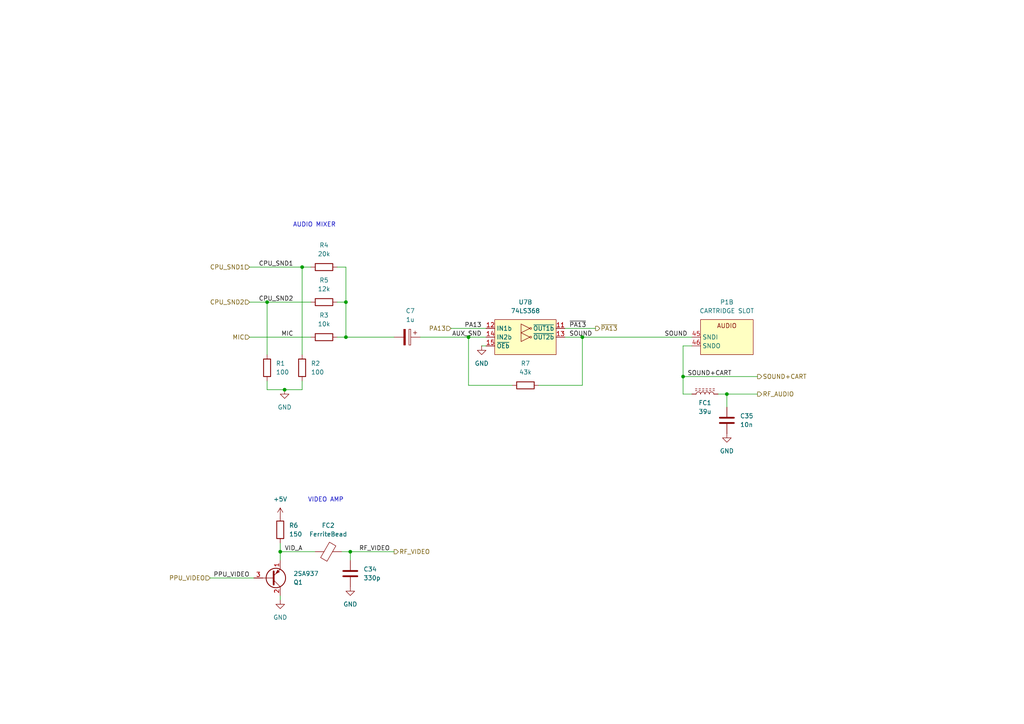
<source format=kicad_sch>
(kicad_sch (version 20250114) (generator "eeschema") (generator_version "9.0")
  (paper "A4")
  (title_block (title "Nintendo Famicom Mainboard") (date "2025-10-30") (rev "1"))
  (lib_symbols
    (symbol "Device:C" (pin_numbers (hide yes)) (pin_names (offset 0.254))
      (property "Reference" "C" (at 0.635 2.54 0))
      (property "Value" "C" (at 0.635 -2.54 0))
      (symbol "C_0_1"
        (polyline (pts (xy -2.032 0.762) (xy 2.032 0.762)) (stroke (width 0.508)))
        (polyline (pts (xy -2.032 -0.762) (xy 2.032 -0.762)) (stroke (width 0.508)))
      )
      (symbol "C_1_1"
        (pin passive line (at 0 3.81 270) (length 2.794) (name "~") (number "1"))
        (pin passive line (at 0 -3.81 90) (length 2.794) (name "~") (number "2"))
      )
    )
    (symbol "Device:C_Polarized" (pin_numbers (hide yes)) (pin_names (offset 0.254))
      (property "Reference" "C" (at 0.635 2.54 0))
      (property "Value" "C_Polarized" (at 0.635 -2.54 0))
      (symbol "C_Polarized_0_1"
        (rectangle (start -2.286 0.508) (end 2.286 1.016))
        (polyline (pts (xy -1.778 2.286) (xy -0.762 2.286)))
        (polyline (pts (xy -1.27 2.794) (xy -1.27 1.778)))
        (rectangle (start 2.286 -0.508) (end -2.286 -1.016) (fill (type outline)))
      )
      (symbol "C_Polarized_1_1"
        (pin passive line (at 0 3.81 270) (length 2.794) (name "~") (number "1"))
        (pin passive line (at 0 -3.81 90) (length 2.794) (name "~") (number "2"))
      )
    )
    (symbol "Device:FerriteBead" (pin_numbers (hide yes)) (pin_names (offset 0))
      (property "Reference" "FB" (at -3.81 0.635 90))
      (property "Value" "FerriteBead" (at 3.81 0 90))
      (symbol "FerriteBead_0_1"
        (polyline (pts (xy -2.7686 0.4064) (xy -1.7018 2.2606) (xy 2.7686 -0.3048) (xy 1.6764 -2.159) (xy -2.7686 0.4064)))
        (polyline (pts (xy 0 1.27) (xy 0 1.2954)))
        (polyline (pts (xy 0 -1.27) (xy 0 -1.2192)))
      )
      (symbol "FerriteBead_1_1"
        (pin passive line (at 0 3.81 270) (length 2.54) (name "~") (number "1"))
        (pin passive line (at 0 -3.81 90) (length 2.54) (name "~") (number "2"))
      )
    )
    (symbol "Device:L_Ferrite" (pin_numbers (hide yes)) (pin_names (offset 1.016) (hide yes))
      (property "Reference" "L" (at -1.27 0 90))
      (property "Value" "L_Ferrite" (at 2.794 0 90))
      (symbol "L_Ferrite_0_1"
        (arc (start 0 2.54) (mid 0.6323 1.905) (end 0 1.27))
        (arc (start 0 1.27) (mid 0.6323 0.635) (end 0 0))
        (arc (start 0 0) (mid 0.6323 -0.635) (end 0 -1.27))
        (arc (start 0 -1.27) (mid 0.6323 -1.905) (end 0 -2.54))
        (polyline (pts (xy 1.016 2.286) (xy 1.016 2.794)))
        (polyline (pts (xy 1.016 1.27) (xy 1.016 1.778)))
        (polyline (pts (xy 1.016 0.254) (xy 1.016 0.762)))
        (polyline (pts (xy 1.016 -0.762) (xy 1.016 -0.254)))
        (polyline (pts (xy 1.016 -1.778) (xy 1.016 -1.27)))
        (polyline (pts (xy 1.016 -2.794) (xy 1.016 -2.286)))
        (polyline (pts (xy 1.524 2.794) (xy 1.524 2.286)))
        (polyline (pts (xy 1.524 1.778) (xy 1.524 1.27)))
        (polyline (pts (xy 1.524 0.762) (xy 1.524 0.254)))
        (polyline (pts (xy 1.524 -0.254) (xy 1.524 -0.762)))
        (polyline (pts (xy 1.524 -1.27) (xy 1.524 -1.778)))
        (polyline (pts (xy 1.524 -2.286) (xy 1.524 -2.794)))
      )
      (symbol "L_Ferrite_1_1"
        (pin passive line (at 0 3.81 270) (length 1.27) (name "1") (number "1"))
        (pin passive line (at 0 -3.81 90) (length 1.27) (name "2") (number "2"))
      )
    )
    (symbol "Device:R" (pin_numbers (hide yes)) (pin_names (offset 0))
      (property "Reference" "R" (at 2.032 0 90))
      (property "Value" "R" (at 0 0 90))
      (symbol "R_0_1"
        (rectangle (start -1.016 -2.54) (end 1.016 2.54) (stroke (width 0.254)))
      )
      (symbol "R_1_1"
        (pin passive line (at 0 3.81 270) (length 1.27) (name "~") (number "1"))
        (pin passive line (at 0 -3.81 90) (length 1.27) (name "~") (number "2"))
      )
    )
    (symbol "Famicom:60p_cart_connector"
      (property "Reference" "P" (at 0 2.032 0))
      (symbol "60p_cart_connector_1_0"
        (pin passive line (at -10.16 -2.54 0) (length 2.54) (name "D0") (number "43"))
        (pin passive line (at -10.16 -5.08 0) (length 2.54) (name "D1") (number "42"))
        (pin passive line (at -10.16 -7.62 0) (length 2.54) (name "D2") (number "41"))
        (pin passive line (at -10.16 -10.16 0) (length 2.54) (name "D3") (number "40"))
        (pin passive line (at -10.16 -12.7 0) (length 2.54) (name "D4") (number "39"))
        (pin passive line (at -10.16 -15.24 0) (length 2.54) (name "D5") (number "38"))
        (pin passive line (at -10.16 -17.78 0) (length 2.54) (name "D6") (number "37"))
        (pin passive line (at -10.16 -20.32 0) (length 2.54) (name "D7") (number "36"))
        (pin passive line (at -10.16 -22.86 0) (length 2.54) (name "A0") (number "13"))
        (pin passive line (at -10.16 -25.4 0) (length 2.54) (name "A1") (number "12"))
        (pin passive line (at -10.16 -27.94 0) (length 2.54) (name "A2") (number "11"))
        (pin passive line (at -10.16 -30.48 0) (length 2.54) (name "A3") (number "10"))
        (pin passive line (at -10.16 -33.02 0) (length 2.54) (name "A4") (number "9"))
        (pin passive line (at -10.16 -35.56 0) (length 2.54) (name "A5") (number "8"))
        (pin passive line (at -10.16 -38.1 0) (length 2.54) (name "A6") (number "7"))
        (pin passive line (at -10.16 -40.64 0) (length 2.54) (name "A7") (number "6"))
        (pin passive line (at -10.16 -43.18 0) (length 2.54) (name "A8") (number "5"))
        (pin passive line (at -10.16 -45.72 0) (length 2.54) (name "A9") (number "4"))
        (pin passive line (at -10.16 -48.26 0) (length 2.54) (name "A10") (number "3"))
        (pin passive line (at -10.16 -50.8 0) (length 2.54) (name "A11") (number "2"))
        (pin passive line (at -10.16 -53.34 0) (length 2.54) (name "A12") (number "33"))
        (pin passive line (at -10.16 -55.88 0) (length 2.54) (name "A13") (number "34"))
        (pin passive line (at -10.16 -58.42 0) (length 2.54) (name "A14") (number "35"))
        (pin passive line (at -10.16 -60.96 0) (length 2.54) (name "M2") (number "32"))
        (pin passive line (at -10.16 -63.5 0) (length 2.54) (name "R/~{W}") (number "14"))
        (pin passive line (at -10.16 -66.04 0) (length 2.54) (name "~{IRQ}") (number "15"))
        (pin passive line (at -10.16 -68.58 0) (length 2.54) (name "~{ROMSEL}") (number "44"))
        (pin passive line (at -10.16 -71.12 0) (length 2.54) (name "~{RD}") (number "17"))
        (pin passive line (at -10.16 -73.66 0) (length 2.54) (name "~{WE}") (number "47"))
        (pin passive line (at -10.16 -76.2 0) (length 2.54) (name "~{PA13}") (number "49"))
        (pin passive line (at -10.16 -78.74 0) (length 2.54) (name "VA10") (number "18"))
        (pin passive line (at -10.16 -81.28 0) (length 2.54) (name "~{VCS}") (number "48"))
        (pin passive line (at -10.16 -83.82 0) (length 2.54) (name "PA0") (number "25"))
        (pin passive line (at -10.16 -86.36 0) (length 2.54) (name "PA1") (number "24"))
        (pin passive line (at -10.16 -88.9 0) (length 2.54) (name "PA2") (number "23"))
        (pin passive line (at -10.16 -91.44 0) (length 2.54) (name "PA3") (number "22"))
        (pin passive line (at -10.16 -93.98 0) (length 2.54) (name "PA4") (number "21"))
        (pin passive line (at -10.16 -96.52 0) (length 2.54) (name "PA5") (number "20"))
        (pin passive line (at -10.16 -99.06 0) (length 2.54) (name "PA6") (number "19"))
        (pin passive line (at -10.16 -101.6 0) (length 2.54) (name "PA7") (number "50"))
        (pin passive line (at -10.16 -104.14 0) (length 2.54) (name "PA8") (number "51"))
        (pin passive line (at -10.16 -106.68 0) (length 2.54) (name "PA9") (number "52"))
        (pin passive line (at -10.16 -109.22 0) (length 2.54) (name "PA10") (number "53"))
        (pin passive line (at -10.16 -111.76 0) (length 2.54) (name "PA11") (number "54"))
        (pin passive line (at -10.16 -114.3 0) (length 2.54) (name "PA12") (number "55"))
        (pin passive line (at -10.16 -116.84 0) (length 2.54) (name "PA13") (number "56"))
        (pin passive line (at -10.16 -119.38 0) (length 2.54) (name "PD0") (number "26"))
        (pin passive line (at -10.16 -121.92 0) (length 2.54) (name "PD1") (number "27"))
        (pin passive line (at -10.16 -124.46 0) (length 2.54) (name "PD2") (number "28"))
        (pin passive line (at -10.16 -127 0) (length 2.54) (name "PD3") (number "29"))
        (pin passive line (at -10.16 -129.54 0) (length 2.54) (name "PD4") (number "60"))
        (pin passive line (at -10.16 -132.08 0) (length 2.54) (name "PD5") (number "59"))
        (pin passive line (at -10.16 -134.62 0) (length 2.54) (name "PD6") (number "58"))
        (pin passive line (at -10.16 -137.16 0) (length 2.54) (name "PD7") (number "57"))
        (pin passive line (at -1.27 2.54 270) (length 2.54) (name "VCC") (number "30"))
        (pin passive line (at -1.27 -142.24 90) (length 2.54) (name "GND") (number "1"))
        (pin passive line (at 1.27 2.54 270) (length 2.54) (name "RF_VCC") (number "31"))
        (pin passive line (at 1.27 -142.24 90) (length 2.54) (name "GND") (number "16"))
      )
      (symbol "60p_cart_connector_1_1"
        (rectangle (start -7.62 0) (end 7.62 -139.7) (fill (type background)))
        (pin passive line (at 3.81 -142.24 90) (length 2.54) (name "SHIELD") (number "61"))
      )
      (symbol "60p_cart_connector_2_0"
        (pin passive line (at -10.16 -5.08 0) (length 2.54) (name "SNDI") (number "45"))
        (pin passive line (at -10.16 -7.62 0) (length 2.54) (name "SNDO") (number "46"))
      )
      (symbol "60p_cart_connector_2_1"
        (rectangle (start -7.62 0) (end 7.62 -10.16) (fill (type background)))
        (text "AUDIO" (at 0 -1.778 0) (effects (font (size 1.27 1.27))))
      )
    )
    (symbol "Famicom:74LS368"
      (property "Reference" "U" (at 0 7.874 0))
      (property "Value" "{value}" (at 0 4.826 0))
      (symbol "74LS368_1_0"
        (pin input line (at -11.43 0 0) (length 2.54) (name "IN1a") (number "2"))
        (pin input line (at -11.43 -2.54 0) (length 2.54) (name "IN2a") (number "4"))
        (pin input line (at -11.43 -5.08 0) (length 2.54) (name "IN3a") (number "6"))
        (pin input line (at -11.43 -7.62 0) (length 2.54) (name "IN4a") (number "10"))
        (pin input line (at -11.43 -10.16 0) (length 2.54) (name "~{OEa}") (number "1"))
        (pin tri_state line (at 11.43 0 180) (length 2.54) (name "~{OUT1a}") (number "3"))
        (pin tri_state line (at 11.43 -2.54 180) (length 2.54) (name "~{OUT2a}") (number "5"))
        (pin tri_state line (at 11.43 -5.08 180) (length 2.54) (name "~{OUT3a}") (number "7"))
        (pin tri_state line (at 11.43 -7.62 180) (length 2.54) (name "~{OUT4a}") (number "9"))
      )
      (symbol "74LS368_1_1"
        (rectangle (start -8.89 2.54) (end 8.89 -12.7) (fill (type background)))
        (polyline (pts (xy -1.27 1.27) (xy -1.27 -1.27) (xy 1.27 0) (xy -1.27 1.27)))
        (polyline (pts (xy -1.27 -1.27) (xy -1.27 -3.81) (xy 1.27 -2.54) (xy -1.27 -1.27)))
        (polyline (pts (xy -1.27 -3.81) (xy -1.27 -6.35) (xy 1.27 -5.08) (xy -1.27 -3.81)))
        (polyline (pts (xy -1.27 -6.35) (xy -1.27 -8.89) (xy 1.27 -7.62) (xy -1.27 -6.35)))
        (circle (center 1.524 0) (radius 0.254))
        (circle (center 1.524 -2.54) (radius 0.254))
        (circle (center 1.524 -5.08) (radius 0.254))
        (circle (center 1.524 -7.62) (radius 0.254))
      )
      (symbol "74LS368_2_0"
        (pin input line (at -11.43 -2.54 0) (length 2.54) (name "IN1b") (number "12"))
        (pin input line (at -11.43 -5.08 0) (length 2.54) (name "IN2b") (number "14"))
        (pin input line (at -11.43 -7.62 0) (length 2.54) (name "~{OEb}") (number "15"))
        (pin tri_state line (at 11.43 -2.54 180) (length 2.54) (name "~{OUT1b}") (number "11"))
        (pin tri_state line (at 11.43 -5.08 180) (length 2.54) (name "~{OUT2b}") (number "13"))
      )
      (symbol "74LS368_2_1"
        (rectangle (start -8.89 0) (end 8.89 -10.16) (fill (type background)))
        (polyline (pts (xy -1.27 -1.27) (xy -1.27 -3.81) (xy 1.27 -2.54) (xy -1.27 -1.27)))
        (polyline (pts (xy -1.27 -3.81) (xy -1.27 -6.35) (xy 1.27 -5.08) (xy -1.27 -3.81)))
        (circle (center 1.524 -2.54) (radius 0.254))
        (circle (center 1.524 -5.08) (radius 0.254))
      )
      (symbol "74LS368_3_0"
        (pin power_in line (at 0 2.54 270) (length 2.54) (name "VCC") (number "16"))
        (pin power_in line (at 0 -12.7 90) (length 2.54) (name "GND") (number "8"))
      )
      (symbol "74LS368_3_1"
        (rectangle (start -2.54 0) (end 2.54 -10.16) (fill (type background)))
      )
    )
    (symbol "Transistor_BJT:Q_PNP_ECB" (pin_names (offset 0) (hide yes))
      (property "Reference" "Q" (at 5.08 1.27 0))
      (property "Value" "Q_PNP_ECB" (at 5.08 -1.27 0))
      (symbol "Q_PNP_ECB_0_1"
        (polyline (pts (xy -2.54 0) (xy 0.635 0)))
        (polyline (pts (xy 0.635 1.905) (xy 0.635 -1.905)) (stroke (width 0.508)))
        (polyline (pts (xy 0.635 0.635) (xy 2.54 2.54)))
        (polyline (pts (xy 0.635 -0.635) (xy 2.54 -2.54)))
        (circle (center 1.27 0) (radius 2.8194) (stroke (width 0.254)))
        (polyline (pts (xy 2.286 -1.778) (xy 1.778 -2.286) (xy 1.27 -1.27) (xy 2.286 -1.778)) (fill (type outline)))
      )
      (symbol "Q_PNP_ECB_1_1"
        (pin input line (at -5.08 0 0) (length 2.54) (name "B") (number "3"))
        (pin passive line (at 2.54 5.08 270) (length 2.54) (name "C") (number "2"))
        (pin passive line (at 2.54 -5.08 90) (length 2.54) (name "E") (number "1"))
      )
    )
    (symbol "power:+5V" (power) (pin_numbers (hide yes)) (pin_names (offset 0) (hide yes))
      (property "Value" "+5V" (at 0 3.556 0))
      (symbol "+5V_0_1"
        (polyline (pts (xy -0.762 1.27) (xy 0 2.54)))
        (polyline (pts (xy 0 2.54) (xy 0.762 1.27)))
        (polyline (pts (xy 0 0) (xy 0 2.54)))
      )
      (symbol "+5V_1_1"
        (pin power_in line (at 0 0 90) (length 0) (name "~") (number "1"))
      )
    )
    (symbol "power:GND" (power) (pin_numbers (hide yes)) (pin_names (offset 0) (hide yes))
      (property "Value" "GND" (at 0 -3.81 0))
      (symbol "GND_0_1"
        (polyline (pts (xy 0 0) (xy 0 -1.27) (xy 1.27 -1.27) (xy 0 -2.54) (xy -1.27 -1.27) (xy 0 -1.27)))
      )
      (symbol "GND_1_1"
        (pin power_in line (at 0 0 270) (length 0) (name "~") (number "1"))
      )
    )
  )
  (text "AUDIO MIXER" (at 91.186 65.278 0) (effects (font (size 1.27 1.27))))
  (text "VIDEO AMP" (at 94.488 145.034 0) (effects (font (size 1.27 1.27))))
  (junction (at 77.47 87.63))
  (junction (at 210.82 114.3))
  (junction (at 82.55 113.03))
  (junction (at 135.89 97.79))
  (junction (at 87.63 77.47))
  (junction (at 198.12 109.22))
  (junction (at 168.91 97.79))
  (junction (at 100.33 97.79))
  (junction (at 81.28 160.02))
  (junction (at 100.33 87.63))
  (junction (at 101.6 160.02))
  (wire (pts (xy 101.6 160.02) (xy 101.6 162.56)))
  (wire (pts (xy 168.91 111.76) (xy 168.91 97.79)))
  (wire (pts (xy 87.63 110.49) (xy 87.63 113.03)))
  (wire (pts (xy 72.39 97.79) (xy 90.17 97.79)))
  (wire (pts (xy 163.83 97.79) (xy 168.91 97.79)))
  (wire (pts (xy 156.21 111.76) (xy 168.91 111.76)))
  (wire (pts (xy 81.28 173.99) (xy 81.28 172.72)))
  (wire (pts (xy 198.12 114.3) (xy 200.66 114.3)))
  (wire (pts (xy 77.47 87.63) (xy 77.47 102.87)))
  (wire (pts (xy 87.63 77.47) (xy 87.63 102.87)))
  (wire (pts (xy 100.33 97.79) (xy 114.3 97.79)))
  (wire (pts (xy 198.12 100.33) (xy 200.66 100.33)))
  (wire (pts (xy 198.12 100.33) (xy 198.12 109.22)))
  (wire (pts (xy 81.28 160.02) (xy 81.28 162.56)))
  (wire (pts (xy 100.33 77.47) (xy 100.33 87.63)))
  (wire (pts (xy 135.89 111.76) (xy 135.89 97.79)))
  (wire (pts (xy 77.47 87.63) (xy 90.17 87.63)))
  (wire (pts (xy 81.28 160.02) (xy 91.44 160.02)))
  (wire (pts (xy 168.91 97.79) (xy 200.66 97.79)))
  (wire (pts (xy 60.96 167.64) (xy 73.66 167.64)))
  (wire (pts (xy 97.79 87.63) (xy 100.33 87.63)))
  (wire (pts (xy 210.82 114.3) (xy 210.82 118.11)))
  (wire (pts (xy 210.82 114.3) (xy 219.71 114.3)))
  (wire (pts (xy 72.39 77.47) (xy 87.63 77.47)))
  (wire (pts (xy 72.39 87.63) (xy 77.47 87.63)))
  (wire (pts (xy 148.59 111.76) (xy 135.89 111.76)))
  (wire (pts (xy 101.6 160.02) (xy 114.3 160.02)))
  (wire (pts (xy 121.92 97.79) (xy 135.89 97.79)))
  (wire (pts (xy 135.89 97.79) (xy 140.97 97.79)))
  (wire (pts (xy 198.12 109.22) (xy 198.12 114.3)))
  (wire (pts (xy 97.79 77.47) (xy 100.33 77.47)))
  (wire (pts (xy 139.7 100.33) (xy 140.97 100.33)))
  (wire (pts (xy 210.82 114.3) (xy 208.28 114.3)))
  (wire (pts (xy 97.79 97.79) (xy 100.33 97.79)))
  (wire (pts (xy 81.28 157.48) (xy 81.28 160.02)))
  (wire (pts (xy 87.63 77.47) (xy 90.17 77.47)))
  (wire (pts (xy 82.55 113.03) (xy 87.63 113.03)))
  (wire (pts (xy 77.47 113.03) (xy 82.55 113.03)))
  (wire (pts (xy 77.47 110.49) (xy 77.47 113.03)))
  (wire (pts (xy 163.83 95.25) (xy 172.72 95.25)))
  (wire (pts (xy 130.81 95.25) (xy 140.97 95.25)))
  (wire (pts (xy 100.33 87.63) (xy 100.33 97.79)))
  (wire (pts (xy 198.12 109.22) (xy 219.71 109.22)))
  (wire (pts (xy 101.6 160.02) (xy 99.06 160.02)))
  (label "CPU_SND1" (at 85.09 77.47 180))
  (label "PPU_VIDEO" (at 72.39 167.64 180))
  (label "AUX_SND" (at 139.7 97.79 180))
  (label "SOUND" (at 199.39 97.79 180))
  (label "SOUND" (at 165.1 97.79 0))
  (label "CPU_SND2" (at 85.09 87.63 180))
  (label "~{PA13}" (at 165.1 95.25 0))
  (label "RF_VIDEO" (at 104.14 160.02 0))
  (label "VID_A" (at 82.55 160.02 0))
  (label "SOUND+CART" (at 199.39 109.22 0))
  (label "PA13" (at 139.7 95.25 180))
  (label "MIC" (at 85.09 97.79 180))
  (hierarchical_label "~{PA13}" (shape output) (at 172.72 95.25 0))
  (hierarchical_label "SOUND+CART" (shape output) (at 219.71 109.22 0))
  (hierarchical_label "RF_VIDEO" (shape output) (at 114.3 160.02 0))
  (hierarchical_label "CPU_SND1" (shape input) (at 72.39 77.47 180))
  (hierarchical_label "PPU_VIDEO" (shape input) (at 60.96 167.64 180))
  (hierarchical_label "MIC" (shape input) (at 72.39 97.79 180))
  (hierarchical_label "RF_AUDIO" (shape output) (at 219.71 114.3 0))
  (hierarchical_label "PA13" (shape input) (at 130.81 95.25 180))
  (hierarchical_label "CPU_SND2" (shape input) (at 72.39 87.63 180))
  (symbol (lib_id "Famicom:60p_cart_connector") (at 210.82 92.71 0) (unit 2)
    (property "Reference" "P1" (at 210.82 87.63 0))
    (property "Value" "CARTRIDGE SLOT" (at 210.82 90.17 0))
    (property "Footprint" "Nintendo:Famicom_2x30_cartridge_connector" (effects (hide yes)))
  )
  (symbol (lib_id "Device:R") (at 81.28 153.67 0) (unit 1)
    (property "Reference" "R6" (at 83.82 152.3999 0) (effects (justify left)))
    (property "Value" "150" (at 83.82 154.9399 0) (effects (justify left)))
    (property "Footprint" "Nintendo:R_Axial_NoSilk_DIN0207_L6.3mm_D2.5mm_P10.16mm_Horizontal" (effects (hide yes)))
    (property "Description" "Resistor" (effects (hide yes)))
  )
  (symbol (lib_id "power:+5V") (at 81.28 149.86 0) (unit 1)
    (property "Reference" "#PWR067" (effects (hide yes)))
    (property "Value" "+5V" (at 81.28 144.78 0))
    (property "Description" "Power symbol creates a global label with name \"+5V\"" (effects (hide yes)))
  )
  (symbol (lib_id "Device:R") (at 93.98 87.63 90) (unit 1)
    (property "Reference" "R5" (at 93.98 81.28 90))
    (property "Value" "12k" (at 93.98 83.82 90))
    (property "Footprint" "Nintendo:R_Axial_NoSilk_DIN0207_L6.3mm_D2.5mm_P10.16mm_Horizontal" (effects (hide yes)))
    (property "Description" "Resistor" (effects (hide yes)))
  )
  (symbol (lib_id "Famicom:74LS368") (at 152.4 92.71 0) (unit 2)
    (property "Reference" "U7" (at 152.4 87.63 0))
    (property "Value" "74LS368" (at 152.4 90.17 0))
    (property "Footprint" "Nintendo:DIP-16_W7.62mm" (effects (hide yes)))
    (property "Datasheet" "kicad-embed://74LS368.pdf" (effects (hide yes)))
    (property "Description" "Hex Bus Driver inverter, 3-state outputs" (effects (hide yes)))
  )
  (symbol (lib_id "Device:R") (at 77.47 106.68 0) (unit 1)
    (property "Reference" "R1" (at 80.01 105.4099 0) (effects (justify left)))
    (property "Value" "100" (at 80.01 107.9499 0) (effects (justify left)))
    (property "Footprint" "Nintendo:R_Axial_NoSilk_DIN0207_L6.3mm_D2.5mm_P10.16mm_Horizontal" (effects (hide yes)))
    (property "Description" "Resistor" (effects (hide yes)))
  )
  (symbol (lib_id "Device:R") (at 152.4 111.76 90) (unit 1)
    (property "Reference" "R7" (at 152.4 105.41 90))
    (property "Value" "43k" (at 152.4 107.95 90))
    (property "Footprint" "Nintendo:R_Axial_NoSilk_DIN0207_L6.3mm_D2.5mm_P10.16mm_Horizontal" (effects (hide yes)))
    (property "Description" "Resistor" (effects (hide yes)))
  )
  (symbol (lib_id "power:GND") (at 101.6 170.18 0) (unit 1)
    (property "Reference" "#PWR051" (effects (hide yes)))
    (property "Value" "GND" (at 101.6 175.26 0))
    (property "Description" "Power symbol creates a global label with name \"GND\" , ground" (effects (hide yes)))
  )
  (symbol (lib_id "power:GND") (at 81.28 173.99 0) (unit 1)
    (property "Reference" "#PWR066" (effects (hide yes)))
    (property "Value" "GND" (at 81.28 179.07 0))
    (property "Description" "Power symbol creates a global label with name \"GND\" , ground" (effects (hide yes)))
  )
  (symbol (lib_id "Device:R") (at 87.63 106.68 0) (unit 1)
    (property "Reference" "R2" (at 90.17 105.4099 0) (effects (justify left)))
    (property "Value" "100" (at 90.17 107.9499 0) (effects (justify left)))
    (property "Footprint" "Nintendo:R_Axial_NoSilk_DIN0207_L6.3mm_D2.5mm_P10.16mm_Horizontal" (effects (hide yes)))
    (property "Description" "Resistor" (effects (hide yes)))
  )
  (symbol (lib_id "power:GND") (at 82.55 113.03 0) (unit 1)
    (property "Reference" "#PWR065" (effects (hide yes)))
    (property "Value" "GND" (at 82.55 118.11 0))
    (property "Description" "Power symbol creates a global label with name \"GND\" , ground" (effects (hide yes)))
  )
  (symbol (lib_id "power:GND") (at 210.82 125.73 0) (unit 1)
    (property "Reference" "#PWR050" (effects (hide yes)))
    (property "Value" "GND" (at 210.82 130.81 0))
    (property "Description" "Power symbol creates a global label with name \"GND\" , ground" (effects (hide yes)))
  )
  (symbol (lib_id "Device:FerriteBead") (at 95.25 160.02 90) (unit 1)
    (property "Reference" "FC2" (at 95.1992 152.4 90))
    (property "Value" "FerriteBead" (at 95.1992 154.94 90))
    (property "Footprint" "Nintendo:L_Axial_NoSilk_L5.0mm_D3.6mm_P10.00mm_Horizontal_Murata_BL01RN1A2A2" (effects (hide yes)))
    (property "Description" "Ferrite bead" (effects (hide yes)))
  )
  (symbol (lib_id "Device:C_Polarized") (at 118.11 97.79 270) (unit 1)
    (property "Reference" "C7" (at 118.999 90.17 90))
    (property "Value" "1u" (at 118.999 92.71 90))
    (property "Footprint" "Nintendo:CP_Radial_D5.0mm_P2.50mm" (effects (hide yes)))
    (property "Description" "Polarized capacitor" (effects (hide yes)))
  )
  (symbol (lib_id "Device:R") (at 93.98 97.79 90) (unit 1)
    (property "Reference" "R3" (at 93.98 91.44 90))
    (property "Value" "10k" (at 93.98 93.98 90))
    (property "Footprint" "Nintendo:R_Axial_NoSilk_DIN0207_L6.3mm_D2.5mm_P10.16mm_Horizontal" (effects (hide yes)))
    (property "Description" "Resistor" (effects (hide yes)))
  )
  (symbol (lib_id "Device:R") (at 93.98 77.47 90) (unit 1)
    (property "Reference" "R4" (at 93.98 71.12 90))
    (property "Value" "20k" (at 93.98 73.66 90))
    (property "Footprint" "Nintendo:R_Axial_NoSilk_DIN0207_L6.3mm_D2.5mm_P10.16mm_Horizontal" (effects (hide yes)))
    (property "Description" "Resistor" (effects (hide yes)))
  )
  (symbol (lib_id "power:GND") (at 139.7 100.33 0) (unit 1)
    (property "Reference" "#PWR096" (effects (hide yes)))
    (property "Value" "GND" (at 139.7 105.41 0))
    (property "Description" "Power symbol creates a global label with name \"GND\" , ground" (effects (hide yes)))
  )
  (symbol (lib_id "Device:C") (at 210.82 121.92 0) (unit 1)
    (property "Reference" "C35" (at 214.63 120.6499 0) (effects (justify left)))
    (property "Value" "10n" (at 214.63 123.1899 0) (effects (justify left)))
    (property "Footprint" "Nintendo:C_Disc_NoSilk_D3.0mm_W2.0mm_P3.0mm" (effects (hide yes)))
    (property "Description" "Unpolarized capacitor" (effects (hide yes)))
  )
  (symbol (lib_id "Device:L_Ferrite") (at 204.47 114.3 90) (unit 1)
    (property "Reference" "FC1" (at 204.47 116.84 90))
    (property "Value" "39u" (at 204.47 119.38 90))
    (property "Footprint" "Nintendo:L_Axial_NoSilk_L5.0mm_D3.6mm_P10.00mm_Horizontal_Murata_BL01RN1A2A2" (effects (hide yes)))
    (property "Description" "Inductor with ferrite core" (effects (hide yes)))
  )
  (symbol (lib_id "Device:C") (at 101.6 166.37 0) (unit 1)
    (property "Reference" "C34" (at 105.41 165.0999 0) (effects (justify left)))
    (property "Value" "330p" (at 105.41 167.6399 0) (effects (justify left)))
    (property "Footprint" "Nintendo:C_Disc_NoSilk_D3.0mm_W2.0mm_P3.0mm" (effects (hide yes)))
    (property "Description" "Unpolarized capacitor" (effects (hide yes)))
  )
  (symbol (lib_id "Transistor_BJT:Q_PNP_ECB") (at 78.74 167.64 0) (mirror x) (unit 1)
    (property "Reference" "Q1" (at 85.09 168.9101 0) (effects (justify left)))
    (property "Value" "2SA937" (at 85.09 166.3701 0) (effects (justify left)))
    (property "Footprint" "Nintendo:PACKAGE_TRANSISTOR_FTR" (effects (hide yes)))
    (property "Datasheet" "kicad-embed://2SA937.PDF" (effects (hide yes)))
    (property "Description" "PNP transistor, emitter/collector/base" (effects (hide yes)))
    (property "Sim.Device" "PNP" (effects (hide yes)))
    (property "Sim.Type" "GUMMELPOON" (effects (hide yes)))
    (property "Sim.Pins" "1=C 2=B 3=E" (effects (hide yes)))
  )
)
</source>
